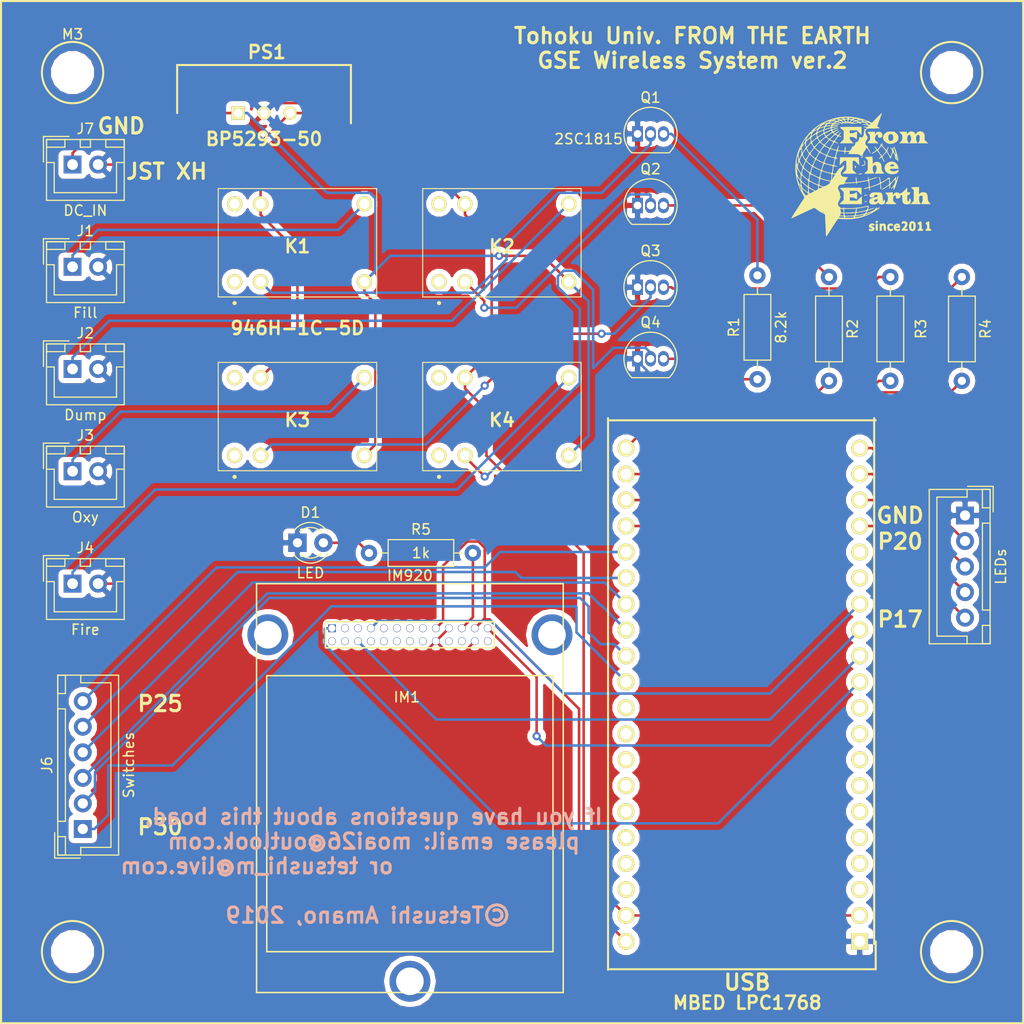
<source format=kicad_pcb>
(kicad_pcb (version 20171130) (host pcbnew "(5.0.2)-1")
  (title_block (title "GSE Wireless System Ver.2") (date 2019-01-14) (rev 1.1) (company "FROM THE EARTH") (comment 1 "Made by Tetsushi Amano"))
  (layers (0 F.Cu signal hide) (31 B.Cu signal hide) (34 B.Paste user) (35 F.Paste user) (36 B.SilkS user) (37 F.SilkS user) (38 B.Mask user) (39 F.Mask user) (44 Edge.Cuts user))
  (net 0 "")
  (net 1 GND)
  (net 2 "Net-(Q1-Pad3)")
  (net 3 "Net-(K1-Pad2)")
  (net 4 "Net-(Q2-Pad3)")
  (net 5 "Net-(K2-Pad2)")
  (net 6 "Net-(K3-Pad2)")
  (net 7 "Net-(Q3-Pad3)")
  (net 8 "Net-(K4-Pad2)")
  (net 9 "Net-(Q4-Pad3)")
  (net 10 +5V)
  (net 11 "Net-(IC1-Pad3)")
  (net 12 "Net-(IC1-Pad4)")
  (net 13 "Net-(IC1-Pad5)")
  (net 14 "Net-(IC1-Pad6)")
  (net 15 "Net-(IC1-Pad7)")
  (net 16 "Net-(IC1-Pad8)")
  (net 17 "Net-(IC1-Pad9)")
  (net 18 "Net-(IC1-Pad10)")
  (net 19 "Net-(IC1-Pad11)")
  (net 20 "Net-(IC1-Pad12)")
  (net 21 "Net-(IC1-Pad13)")
  (net 22 "Net-(IC1-Pad14)")
  (net 23 "Net-(IC1-Pad15)")
  (net 24 "Net-(IC1-Pad16)")
  (net 25 "Net-(IC1-Pad17)")
  (net 26 "Net-(IC1-Pad18)")
  (net 27 "Net-(IC1-Pad19)")
  (net 28 "Net-(IC1-Pad20)")
  (net 29 "Net-(IC1-Pad21)")
  (net 30 "Net-(IC1-Pad22)")
  (net 31 "Net-(IC1-Pad23)")
  (net 32 "Net-(IC1-Pad24)")
  (net 33 "Net-(IC1-Pad25)")
  (net 34 "Net-(IC1-Pad26)")
  (net 35 "Net-(IC1-Pad27)")
  (net 36 "Net-(IC1-Pad28)")
  (net 37 "Net-(IC1-Pad29)")
  (net 38 "Net-(IC1-Pad30)")
  (net 39 "Net-(IC1-Pad31)")
  (net 40 "Net-(IC1-Pad32)")
  (net 41 "Net-(IC1-Pad33)")
  (net 42 "Net-(IC1-Pad34)")
  (net 43 "Net-(IC1-Pad35)")
  (net 44 "Net-(IC1-Pad36)")
  (net 45 "Net-(IC1-Pad37)")
  (net 46 "Net-(IC1-Pad38)")
  (net 47 +3V3)
  (net 48 "Net-(K1-Pad6)")
  (net 49 "Net-(J1-Pad1)")
  (net 50 "Net-(K1-Pad1)")
  (net 51 "Net-(K2-Pad1)")
  (net 52 "Net-(J2-Pad1)")
  (net 53 "Net-(K2-Pad6)")
  (net 54 "Net-(K3-Pad6)")
  (net 55 "Net-(J3-Pad1)")
  (net 56 "Net-(K3-Pad1)")
  (net 57 "Net-(K4-Pad1)")
  (net 58 "Net-(J4-Pad1)")
  (net 59 "Net-(K4-Pad6)")
  (net 60 +12V)
  (net 61 "Net-(D1-Pad2)")
  (net 62 "Net-(IM1-Pad21)")
  (module fte-denshi:LOGO (layer F.Cu) (at 184 67)
    (fp_text reference G*** hide)
    (fp_text value LOGO hide)
  )
  (module fte-denshi:IM920 (layer F.Cu) (at 140 112)
    (fp_text reference IM1 (at -0.3 6.11) (layer F.SilkS))
    (fp_text value IM920 (at 0 -5.8) (layer F.SilkS))
    (pad 4 thru_hole circle (at -6.35 0.635) (size 0.762 0.762) (drill 0.6858) (layers *.Cu *.Mask))
    (pad 6 thru_hole circle (at -5.08 0.635) (size 0.762 0.762) (drill 0.6858) (layers *.Cu *.Mask) (net 21 "Net-(IC1-Pad13)"))
    (pad 8 thru_hole circle (at -3.81 0.635) (size 0.762 0.762) (drill 0.6858) (layers *.Cu *.Mask))
    (pad 10 thru_hole circle (at -2.54 0.635) (size 0.762 0.762) (drill 0.6858) (layers *.Cu *.Mask))
    (pad 12 thru_hole circle (at -1.27 0.635) (size 0.762 0.762) (drill 0.6858) (layers *.Cu *.Mask))
    (pad 14 thru_hole circle (at 0 0.635) (size 0.762 0.762) (drill 0.6858) (layers *.Cu *.Mask))
    (pad 16 thru_hole circle (at 1.27 0.635) (size 0.762 0.762) (drill 0.6858) (layers *.Cu *.Mask))
    (pad 18 thru_hole circle (at 2.54 0.635) (size 0.762 0.762) (drill 0.6858) (layers *.Cu *.Mask) (net 1 GND))
    (pad 20 thru_hole circle (at 3.81 0.635) (size 0.762 0.762) (drill 0.6858) (layers *.Cu *.Mask))
    (pad 22 thru_hole circle (at 5.08 0.635) (size 0.762 0.762) (drill 0.6858) (layers *.Cu *.Mask))
    (pad 24 thru_hole circle (at 6.35 0.635) (size 0.762 0.762) (drill 0.6858) (layers *.Cu *.Mask) (net 1 GND))
    (pad 26 thru_hole circle (at 7.62 0.635) (size 0.762 0.762) (drill 0.6858) (layers *.Cu *.Mask))
    (pad 25 thru_hole circle (at 7.62 -0.635) (size 0.762 0.762) (drill 0.6858) (layers *.Cu *.Mask) (net 20 "Net-(IC1-Pad12)"))
    (pad 23 thru_hole circle (at 6.35 -0.635) (size 0.762 0.762) (drill 0.6858) (layers *.Cu *.Mask) (net 47 +3V3))
    (pad 21 thru_hole circle (at 5.08 -0.635) (size 0.762 0.762) (drill 0.6858) (layers *.Cu *.Mask) (net 62 "Net-(IM1-Pad21)"))
    (pad 19 thru_hole circle (at 3.81 -0.635) (size 0.762 0.762) (drill 0.6858) (layers *.Cu *.Mask) (net 1 GND))
    (pad 17 thru_hole circle (at 2.54 -0.635) (size 0.762 0.762) (drill 0.6858) (layers *.Cu *.Mask) (net 47 +3V3))
    (pad 15 thru_hole circle (at 1.27 -0.635) (size 0.762 0.762) (drill 0.6858) (layers *.Cu *.Mask))
    (pad 13 thru_hole circle (at 0 -0.635) (size 0.762 0.762) (drill 0.6858) (layers *.Cu *.Mask))
    (pad 11 thru_hole circle (at -1.27 -0.635) (size 0.762 0.762) (drill 0.6858) (layers *.Cu *.Mask))
    (pad 9 thru_hole circle (at -2.54 -0.635) (size 0.762 0.762) (drill 0.6858) (layers *.Cu *.Mask))
    (pad 7 thru_hole circle (at -3.81 -0.635) (size 0.762 0.762) (drill 0.6858) (layers *.Cu *.Mask) (net 22 "Net-(IC1-Pad14)"))
    (pad 5 thru_hole circle (at -5.08 -0.635) (size 0.762 0.762) (drill 0.6858) (layers *.Cu *.Mask))
    (pad 3 thru_hole circle (at -6.35 -0.635) (size 0.762 0.762) (drill 0.6858) (layers *.Cu *.Mask))
    (pad 2 thru_hole circle (at -7.62 0.635) (size 0.762 0.762) (drill 0.6858) (layers *.Cu *.Mask))
    (pad 1 thru_hole rect (at -7.62 -0.635) (size 0.762 0.762) (drill 0.6858) (layers *.Cu *.Mask) (net 19 "Net-(IC1-Pad11)"))
    (pad "" np_thru_hole oval (at -13.9 0) (size 4 4) (drill 2.7) (layers *.Cu *.Mask))
    (pad "" np_thru_hole oval (at 13.9 0) (size 4 4) (drill 2.7) (layers *.Cu *.Mask))
    (pad "" np_thru_hole oval (at 0 33.9) (size 4 4) (drill 2.7) (layers *.Cu *.Mask))
  )
  (module Mounting_Holes:MountingHole_3.2mm_M3_ISO14580 (layer F.Cu) (at 107 57)
    (fp_text reference M3 (at 0 -3.75) (layer F.SilkS))
    (fp_text value MountingHole_3.2mm_M3_ISO14580)
    (pad 1 np_thru_hole circle (at 0 0) (size 3.2 3.2) (drill 3.2) (layers *.Cu *.Mask))
  )
  (module Mounting_Holes:MountingHole_3.2mm_M3_ISO14580 (layer F.Cu) (at 107 143)
    (fp_text reference REF** hide)
    (fp_text value MountingHole_3.2mm_M3_ISO14580)
    (pad 1 np_thru_hole circle (at 0 0) (size 3.2 3.2) (drill 3.2) (layers *.Cu *.Mask))
  )
  (module Mounting_Holes:MountingHole_3.2mm_M3_ISO14580 (layer F.Cu) (at 193 143)
    (fp_text reference REF** hide)
    (fp_text value MountingHole_3.2mm_M3_ISO14580)
    (pad 1 np_thru_hole circle (at 0 0) (size 3.2 3.2) (drill 3.2) (layers *.Cu *.Mask))
  )
  (module DIPS2286W63P254L5370H300Q40N (layer F.Cu) (at 184 142 180)
    (fp_text reference "MBED LPC1768" (at 11 -6 180) (layer F.SilkS) (effects (font (size 1.27 1.27) (thickness 0.254))))
    (fp_text value MBED-LPC1768 hide)
    (pad 1 thru_hole rect (at 0 0 270) (size 1.65 1.65) (drill 1.1) (layers *.Cu *.Mask F.SilkS) (net 1 GND))
    (pad 2 thru_hole circle (at 0 2.54 270) (size 1.65 1.65) (drill 1.1) (layers *.Cu *.Mask F.SilkS) (net 10 +5V))
    (pad 3 thru_hole circle (at 0 5.08 270) (size 1.65 1.65) (drill 1.1) (layers *.Cu *.Mask F.SilkS) (net 11 "Net-(IC1-Pad3)"))
    (pad 4 thru_hole circle (at 0 7.62 270) (size 1.65 1.65) (drill 1.1) (layers *.Cu *.Mask F.SilkS) (net 12 "Net-(IC1-Pad4)"))
    (pad 5 thru_hole circle (at 0 10.16 270) (size 1.65 1.65) (drill 1.1) (layers *.Cu *.Mask F.SilkS) (net 13 "Net-(IC1-Pad5)"))
    (pad 6 thru_hole circle (at 0 12.7 270) (size 1.65 1.65) (drill 1.1) (layers *.Cu *.Mask F.SilkS) (net 14 "Net-(IC1-Pad6)"))
    (pad 7 thru_hole circle (at 0 15.24 270) (size 1.65 1.65) (drill 1.1) (layers *.Cu *.Mask F.SilkS) (net 15 "Net-(IC1-Pad7)"))
    (pad 8 thru_hole circle (at 0 17.78 270) (size 1.65 1.65) (drill 1.1) (layers *.Cu *.Mask F.SilkS) (net 16 "Net-(IC1-Pad8)"))
    (pad 9 thru_hole circle (at 0 20.32 270) (size 1.65 1.65) (drill 1.1) (layers *.Cu *.Mask F.SilkS) (net 17 "Net-(IC1-Pad9)"))
    (pad 10 thru_hole circle (at 0 22.86 270) (size 1.65 1.65) (drill 1.1) (layers *.Cu *.Mask F.SilkS) (net 18 "Net-(IC1-Pad10)"))
    (pad 11 thru_hole circle (at 0 25.4 270) (size 1.65 1.65) (drill 1.1) (layers *.Cu *.Mask F.SilkS) (net 19 "Net-(IC1-Pad11)"))
    (pad 12 thru_hole circle (at 0 27.94 270) (size 1.65 1.65) (drill 1.1) (layers *.Cu *.Mask F.SilkS) (net 20 "Net-(IC1-Pad12)"))
    (pad 13 thru_hole circle (at 0 30.48 270) (size 1.65 1.65) (drill 1.1) (layers *.Cu *.Mask F.SilkS) (net 21 "Net-(IC1-Pad13)"))
    (pad 14 thru_hole circle (at 0 33.02 270) (size 1.65 1.65) (drill 1.1) (layers *.Cu *.Mask F.SilkS) (net 22 "Net-(IC1-Pad14)"))
    (pad 15 thru_hole circle (at 0 35.56 270) (size 1.65 1.65) (drill 1.1) (layers *.Cu *.Mask F.SilkS) (net 23 "Net-(IC1-Pad15)"))
    (pad 16 thru_hole circle (at 0 38.1 270) (size 1.65 1.65) (drill 1.1) (layers *.Cu *.Mask F.SilkS) (net 24 "Net-(IC1-Pad16)"))
    (pad 17 thru_hole circle (at 0 40.64 270) (size 1.65 1.65) (drill 1.1) (layers *.Cu *.Mask F.SilkS) (net 25 "Net-(IC1-Pad17)"))
    (pad 18 thru_hole circle (at 0 43.18 270) (size 1.65 1.65) (drill 1.1) (layers *.Cu *.Mask F.SilkS) (net 26 "Net-(IC1-Pad18)"))
    (pad 19 thru_hole circle (at 0 45.72 270) (size 1.65 1.65) (drill 1.1) (layers *.Cu *.Mask F.SilkS) (net 27 "Net-(IC1-Pad19)"))
    (pad 20 thru_hole circle (at 0 48.26 270) (size 1.65 1.65) (drill 1.1) (layers *.Cu *.Mask F.SilkS) (net 28 "Net-(IC1-Pad20)"))
    (pad 21 thru_hole circle (at 22.86 48.26 270) (size 1.65 1.65) (drill 1.1) (layers *.Cu *.Mask F.SilkS) (net 29 "Net-(IC1-Pad21)"))
    (pad 22 thru_hole circle (at 22.86 45.72 270) (size 1.65 1.65) (drill 1.1) (layers *.Cu *.Mask F.SilkS) (net 30 "Net-(IC1-Pad22)"))
    (pad 23 thru_hole circle (at 22.86 43.18 270) (size 1.65 1.65) (drill 1.1) (layers *.Cu *.Mask F.SilkS) (net 31 "Net-(IC1-Pad23)"))
    (pad 24 thru_hole circle (at 22.86 40.64 270) (size 1.65 1.65) (drill 1.1) (layers *.Cu *.Mask F.SilkS) (net 32 "Net-(IC1-Pad24)"))
    (pad 25 thru_hole circle (at 22.86 38.1 270) (size 1.65 1.65) (drill 1.1) (layers *.Cu *.Mask F.SilkS) (net 33 "Net-(IC1-Pad25)"))
    (pad 26 thru_hole circle (at 22.86 35.56 270) (size 1.65 1.65) (drill 1.1) (layers *.Cu *.Mask F.SilkS) (net 34 "Net-(IC1-Pad26)"))
    (pad 27 thru_hole circle (at 22.86 33.02 270) (size 1.65 1.65) (drill 1.1) (layers *.Cu *.Mask F.SilkS) (net 35 "Net-(IC1-Pad27)"))
    (pad 28 thru_hole circle (at 22.86 30.48 270) (size 1.65 1.65) (drill 1.1) (layers *.Cu *.Mask F.SilkS) (net 36 "Net-(IC1-Pad28)"))
    (pad 29 thru_hole circle (at 22.86 27.94 270) (size 1.65 1.65) (drill 1.1) (layers *.Cu *.Mask F.SilkS) (net 37 "Net-(IC1-Pad29)"))
    (pad 30 thru_hole circle (at 22.86 25.4 270) (size 1.65 1.65) (drill 1.1) (layers *.Cu *.Mask F.SilkS) (net 38 "Net-(IC1-Pad30)"))
    (pad 31 thru_hole circle (at 22.86 22.86 270) (size 1.65 1.65) (drill 1.1) (layers *.Cu *.Mask F.SilkS) (net 39 "Net-(IC1-Pad31)"))
    (pad 32 thru_hole circle (at 22.86 20.32 270) (size 1.65 1.65) (drill 1.1) (layers *.Cu *.Mask F.SilkS) (net 40 "Net-(IC1-Pad32)"))
    (pad 33 thru_hole circle (at 22.86 17.78 270) (size 1.65 1.65) (drill 1.1) (layers *.Cu *.Mask F.SilkS) (net 41 "Net-(IC1-Pad33)"))
    (pad 34 thru_hole circle (at 22.86 15.24 270) (size 1.65 1.65) (drill 1.1) (layers *.Cu *.Mask F.SilkS) (net 42 "Net-(IC1-Pad34)"))
    (pad 35 thru_hole circle (at 22.86 12.7 270) (size 1.65 1.65) (drill 1.1) (layers *.Cu *.Mask F.SilkS) (net 43 "Net-(IC1-Pad35)"))
    (pad 36 thru_hole circle (at 22.86 10.16 270) (size 1.65 1.65) (drill 1.1) (layers *.Cu *.Mask F.SilkS) (net 44 "Net-(IC1-Pad36)"))
    (pad 37 thru_hole circle (at 22.86 7.62 270) (size 1.65 1.65) (drill 1.1) (layers *.Cu *.Mask F.SilkS) (net 45 "Net-(IC1-Pad37)"))
    (pad 38 thru_hole circle (at 22.86 5.08 270) (size 1.65 1.65) (drill 1.1) (layers *.Cu *.Mask F.SilkS) (net 46 "Net-(IC1-Pad38)"))
    (pad 39 thru_hole circle (at 22.86 2.54 270) (size 1.65 1.65) (drill 1.1) (layers *.Cu *.Mask F.SilkS) (net 10 +5V))
    (pad 40 thru_hole circle (at 22.86 0 270) (size 1.65 1.65) (drill 1.1) (layers *.Cu *.Mask F.SilkS) (net 47 +3V3))
  )
  (module 946H1C5D (layer F.Cu) (at 129 74)
    (fp_text reference K1 (at 0 0) (layer F.SilkS) (effects (font (size 1.27 1.27) (thickness 0.254))))
    (fp_text value 946H-1C-5D (at 0 8) (layer F.SilkS) (effects (font (size 1.27 1.27) (thickness 0.254))))
    (pad 6 thru_hole circle (at -6.15 -4.16 90) (size 1.5 1.5) (drill 1) (layers *.Cu *.Mask F.SilkS) (net 48 "Net-(K1-Pad6)"))
    (pad 5 thru_hole circle (at -3.61 -4.16 90) (size 1.5 1.5) (drill 1) (layers *.Cu *.Mask F.SilkS) (net 10 +5V))
    (pad 4 thru_hole circle (at 6.55 -4.16 90) (size 1.5 1.5) (drill 1) (layers *.Cu *.Mask F.SilkS) (net 49 "Net-(J1-Pad1)"))
    (pad 3 thru_hole circle (at 6.55 3.46 90) (size 1.5 1.5) (drill 1) (layers *.Cu *.Mask F.SilkS) (net 60 +12V))
    (pad 2 thru_hole circle (at -3.61 3.46 90) (size 1.5 1.5) (drill 1) (layers *.Cu *.Mask F.SilkS) (net 3 "Net-(K1-Pad2)"))
    (pad 1 thru_hole circle (at -6.15 3.46 90) (size 1.5 1.5) (drill 1) (layers *.Cu *.Mask F.SilkS) (net 50 "Net-(K1-Pad1)"))
  )
  (module 946H1C5D (layer F.Cu) (at 149 74)
    (fp_text reference K2 (at 0 0) (layer F.SilkS) (effects (font (size 1.27 1.27) (thickness 0.254))))
    (fp_text value 946H-1C-5D hide)
    (pad 1 thru_hole circle (at -6.15 3.46 90) (size 1.5 1.5) (drill 1) (layers *.Cu *.Mask F.SilkS) (net 51 "Net-(K2-Pad1)"))
    (pad 2 thru_hole circle (at -3.61 3.46 90) (size 1.5 1.5) (drill 1) (layers *.Cu *.Mask F.SilkS) (net 5 "Net-(K2-Pad2)"))
    (pad 3 thru_hole circle (at 6.55 3.46 90) (size 1.5 1.5) (drill 1) (layers *.Cu *.Mask F.SilkS) (net 60 +12V))
    (pad 4 thru_hole circle (at 6.55 -4.16 90) (size 1.5 1.5) (drill 1) (layers *.Cu *.Mask F.SilkS) (net 52 "Net-(J2-Pad1)"))
    (pad 5 thru_hole circle (at -3.61 -4.16 90) (size 1.5 1.5) (drill 1) (layers *.Cu *.Mask F.SilkS) (net 10 +5V))
    (pad 6 thru_hole circle (at -6.15 -4.16 90) (size 1.5 1.5) (drill 1) (layers *.Cu *.Mask F.SilkS) (net 53 "Net-(K2-Pad6)"))
  )
  (module 946H1C5D (layer F.Cu) (at 129 91)
    (fp_text reference K3 (at 0 0) (layer F.SilkS) (effects (font (size 1.27 1.27) (thickness 0.254))))
    (fp_text value 946H-1C-5D hide)
    (pad 6 thru_hole circle (at -6.15 -4.16 90) (size 1.5 1.5) (drill 1) (layers *.Cu *.Mask F.SilkS) (net 54 "Net-(K3-Pad6)"))
    (pad 5 thru_hole circle (at -3.61 -4.16 90) (size 1.5 1.5) (drill 1) (layers *.Cu *.Mask F.SilkS) (net 10 +5V))
    (pad 4 thru_hole circle (at 6.55 -4.16 90) (size 1.5 1.5) (drill 1) (layers *.Cu *.Mask F.SilkS) (net 55 "Net-(J3-Pad1)"))
    (pad 3 thru_hole circle (at 6.55 3.46 90) (size 1.5 1.5) (drill 1) (layers *.Cu *.Mask F.SilkS) (net 60 +12V))
    (pad 2 thru_hole circle (at -3.61 3.46 90) (size 1.5 1.5) (drill 1) (layers *.Cu *.Mask F.SilkS) (net 6 "Net-(K3-Pad2)"))
    (pad 1 thru_hole circle (at -6.15 3.46 90) (size 1.5 1.5) (drill 1) (layers *.Cu *.Mask F.SilkS) (net 56 "Net-(K3-Pad1)"))
  )
  (module 946H1C5D (layer F.Cu) (at 149 91)
    (fp_text reference K4 (at 0 0) (layer F.SilkS) (effects (font (size 1.27 1.27) (thickness 0.254))))
    (fp_text value 946H-1C-5D hide)
    (pad 1 thru_hole circle (at -6.15 3.46 90) (size 1.5 1.5) (drill 1) (layers *.Cu *.Mask F.SilkS) (net 57 "Net-(K4-Pad1)"))
    (pad 2 thru_hole circle (at -3.61 3.46 90) (size 1.5 1.5) (drill 1) (layers *.Cu *.Mask F.SilkS) (net 8 "Net-(K4-Pad2)"))
    (pad 3 thru_hole circle (at 6.55 3.46 90) (size 1.5 1.5) (drill 1) (layers *.Cu *.Mask F.SilkS) (net 60 +12V))
    (pad 4 thru_hole circle (at 6.55 -4.16 90) (size 1.5 1.5) (drill 1) (layers *.Cu *.Mask F.SilkS) (net 58 "Net-(J4-Pad1)"))
    (pad 5 thru_hole circle (at -3.61 -4.16 90) (size 1.5 1.5) (drill 1) (layers *.Cu *.Mask F.SilkS) (net 10 +5V))
    (pad 6 thru_hole circle (at -6.15 -4.16 90) (size 1.5 1.5) (drill 1) (layers *.Cu *.Mask F.SilkS) (net 59 "Net-(K4-Pad6)"))
  )
  (module TO254P570X1690X1800-3P (layer F.Cu) (at 123.19 60.96)
    (fp_text reference PS1 (at 2.81 -5.96) (layer F.SilkS) (effects (font (size 1.27 1.27) (thickness 0.254))))
    (fp_text value BP5293-50 (at 2.54 2.54) (layer F.SilkS) (effects (font (size 1.27 1.27) (thickness 0.254))))
    (pad 1 thru_hole rect (at 0 0 90) (size 1.305 1.305) (drill 0.87) (layers *.Cu *.Mask F.SilkS) (net 60 +12V))
    (pad 2 thru_hole circle (at 2.54 0 90) (size 1.305 1.305) (drill 0.87) (layers *.Cu *.Mask F.SilkS) (net 1 GND))
    (pad 3 thru_hole circle (at 5.08 0 90) (size 1.305 1.305) (drill 0.87) (layers *.Cu *.Mask F.SilkS) (net 10 +5V))
  )
  (module Package_TO_SOT_THT:TO-92_Inline (layer F.Cu) (at 162.27 63)
    (fp_text reference Q1 (at 1.27 -3.56) (layer F.SilkS))
    (fp_text value 2SC1815 (at -4.79 0.5) (layer F.SilkS))
    (pad 1 thru_hole rect (at 0 0) (size 1.05 1.5) (drill 0.75) (layers *.Cu *.Mask) (net 1 GND))
    (pad 3 thru_hole oval (at 2.54 0) (size 1.05 1.5) (drill 0.75) (layers *.Cu *.Mask) (net 2 "Net-(Q1-Pad3)"))
    (pad 2 thru_hole oval (at 1.27 0) (size 1.05 1.5) (drill 0.75) (layers *.Cu *.Mask) (net 3 "Net-(K1-Pad2)"))
  )
  (module Package_TO_SOT_THT:TO-92_Inline (layer F.Cu) (at 162.27 70)
    (fp_text reference Q2 (at 1.27 -3.56) (layer F.SilkS))
    (fp_text value 2SC1815)
    (pad 1 thru_hole rect (at 0 0) (size 1.05 1.5) (drill 0.75) (layers *.Cu *.Mask) (net 1 GND))
    (pad 3 thru_hole oval (at 2.54 0) (size 1.05 1.5) (drill 0.75) (layers *.Cu *.Mask) (net 4 "Net-(Q2-Pad3)"))
    (pad 2 thru_hole oval (at 1.27 0) (size 1.05 1.5) (drill 0.75) (layers *.Cu *.Mask) (net 5 "Net-(K2-Pad2)"))
  )
  (module Package_TO_SOT_THT:TO-92_Inline (layer F.Cu) (at 162.27 78)
    (fp_text reference Q3 (at 1.27 -3.56) (layer F.SilkS))
    (fp_text value 2SC1815)
    (pad 2 thru_hole oval (at 1.27 0) (size 1.05 1.5) (drill 0.75) (layers *.Cu *.Mask) (net 6 "Net-(K3-Pad2)"))
    (pad 3 thru_hole oval (at 2.54 0) (size 1.05 1.5) (drill 0.75) (layers *.Cu *.Mask) (net 7 "Net-(Q3-Pad3)"))
    (pad 1 thru_hole rect (at 0 0) (size 1.05 1.5) (drill 0.75) (layers *.Cu *.Mask) (net 1 GND))
  )
  (module Package_TO_SOT_THT:TO-92_Inline (layer F.Cu) (at 162.27 85)
    (fp_text reference Q4 (at 1.27 -3.56) (layer F.SilkS))
    (fp_text value 2SC1815)
    (pad 2 thru_hole oval (at 1.27 0) (size 1.05 1.5) (drill 0.75) (layers *.Cu *.Mask) (net 8 "Net-(K4-Pad2)"))
    (pad 3 thru_hole oval (at 2.54 0) (size 1.05 1.5) (drill 0.75) (layers *.Cu *.Mask) (net 9 "Net-(Q4-Pad3)"))
    (pad 1 thru_hole rect (at 0 0) (size 1.05 1.5) (drill 0.75) (layers *.Cu *.Mask) (net 1 GND))
  )
  (module LEDs:LED_D3.0mm (layer F.Cu) (at 129 103)
    (fp_text reference D1 (at 1.27 -2.96) (layer F.SilkS))
    (fp_text value LED (at 1.27 2.96) (layer F.SilkS))
    (pad 2 thru_hole circle (at 2.54 0) (size 1.8 1.8) (drill 0.9) (layers *.Cu *.Mask) (net 61 "Net-(D1-Pad2)"))
    (pad 1 thru_hole rect (at 0 0) (size 1.8 1.8) (drill 0.9) (layers *.Cu *.Mask) (net 1 GND))
  )
  (module Connectors_JST:JST_XH_B02B-XH-A_02x2.50mm_Straight (layer F.Cu) (at 107 76)
    (fp_text reference J1 (at 1.25 -3.5) (layer F.SilkS))
    (fp_text value Fill (at 1.25 4.5) (layer F.SilkS))
    (pad 1 thru_hole rect (at 0 0) (size 1.75 1.75) (drill 1.05) (layers *.Cu *.Mask) (net 49 "Net-(J1-Pad1)"))
    (pad 2 thru_hole circle (at 2.5 0) (size 1.75 1.75) (drill 1.05) (layers *.Cu *.Mask) (net 1 GND))
  )
  (module Connectors_JST:JST_XH_B02B-XH-A_02x2.50mm_Straight (layer F.Cu) (at 107 86)
    (fp_text reference J2 (at 1.25 -3.5) (layer F.SilkS))
    (fp_text value Dump (at 1.25 4.5) (layer F.SilkS))
    (pad 2 thru_hole circle (at 2.5 0) (size 1.75 1.75) (drill 1.05) (layers *.Cu *.Mask) (net 1 GND))
    (pad 1 thru_hole rect (at 0 0) (size 1.75 1.75) (drill 1.05) (layers *.Cu *.Mask) (net 52 "Net-(J2-Pad1)"))
  )
  (module Connectors_JST:JST_XH_B02B-XH-A_02x2.50mm_Straight (layer F.Cu) (at 107 96)
    (fp_text reference J3 (at 1.25 -3.5) (layer F.SilkS))
    (fp_text value Oxy (at 1.25 4.5) (layer F.SilkS))
    (pad 1 thru_hole rect (at 0 0) (size 1.75 1.75) (drill 1.05) (layers *.Cu *.Mask) (net 55 "Net-(J3-Pad1)"))
    (pad 2 thru_hole circle (at 2.5 0) (size 1.75 1.75) (drill 1.05) (layers *.Cu *.Mask) (net 1 GND))
  )
  (module Connectors_JST:JST_XH_B02B-XH-A_02x2.50mm_Straight (layer F.Cu) (at 107 107)
    (fp_text reference J4 (at 1.25 -3.5) (layer F.SilkS))
    (fp_text value Fire (at 1.25 4.5) (layer F.SilkS))
    (pad 2 thru_hole circle (at 2.5 0) (size 1.75 1.75) (drill 1.05) (layers *.Cu *.Mask) (net 1 GND))
    (pad 1 thru_hole rect (at 0 0) (size 1.75 1.75) (drill 1.05) (layers *.Cu *.Mask) (net 58 "Net-(J4-Pad1)"))
  )
  (module Connectors_JST:JST_XH_B05B-XH-A_05x2.50mm_Straight (layer F.Cu) (at 194.31 100.33 270)
    (fp_text reference LEDs (at 5 -3.5 270) (layer F.SilkS))
    (fp_text value LEDs)
    (pad 5 thru_hole circle (at 10 0 270) (size 1.75 1.75) (drill 1) (layers *.Cu *.Mask) (net 25 "Net-(IC1-Pad17)"))
    (pad 4 thru_hole circle (at 7.5 0 270) (size 1.75 1.75) (drill 1) (layers *.Cu *.Mask) (net 26 "Net-(IC1-Pad18)"))
    (pad 3 thru_hole circle (at 5 0 270) (size 1.75 1.75) (drill 1) (layers *.Cu *.Mask) (net 27 "Net-(IC1-Pad19)"))
    (pad 2 thru_hole circle (at 2.5 0 270) (size 1.75 1.75) (drill 1) (layers *.Cu *.Mask) (net 28 "Net-(IC1-Pad20)"))
    (pad 1 thru_hole rect (at 0 0 270) (size 1.75 1.75) (drill 1) (layers *.Cu *.Mask) (net 1 GND))
  )
  (module Connectors_JST:JST_XH_B06B-XH-A_06x2.50mm_Straight (layer F.Cu) (at 108 131 90)
    (fp_text reference J6 (at 6.25 -3.5 90) (layer F.SilkS))
    (fp_text value Switches (at 6.25 4.5 90) (layer F.SilkS))
    (pad 6 thru_hole circle (at 12.5 0 90) (size 1.75 1.75) (drill 1) (layers *.Cu *.Mask) (net 33 "Net-(IC1-Pad25)"))
    (pad 5 thru_hole circle (at 10 0 90) (size 1.75 1.75) (drill 1) (layers *.Cu *.Mask) (net 34 "Net-(IC1-Pad26)"))
    (pad 4 thru_hole circle (at 7.5 0 90) (size 1.75 1.75) (drill 1) (layers *.Cu *.Mask) (net 35 "Net-(IC1-Pad27)"))
    (pad 3 thru_hole circle (at 5 0 90) (size 1.75 1.75) (drill 1) (layers *.Cu *.Mask) (net 36 "Net-(IC1-Pad28)"))
    (pad 2 thru_hole circle (at 2.5 0 90) (size 1.75 1.75) (drill 1) (layers *.Cu *.Mask) (net 37 "Net-(IC1-Pad29)"))
    (pad 1 thru_hole rect (at 0 0 90) (size 1.75 1.75) (drill 1) (layers *.Cu *.Mask) (net 38 "Net-(IC1-Pad30)"))
  )
  (module Resistors_THT:R_Axial_DIN0207_L6.3mm_D2.5mm_P10.16mm_Horizontal (layer F.Cu) (at 174 87 90)
    (fp_text reference R1 (at 5.08 -2.31 90) (layer F.SilkS))
    (fp_text value 8.2k (at 5.08 2.31 90) (layer F.SilkS))
    (pad 2 thru_hole oval (at 10.16 0 90) (size 1.6 1.6) (drill 0.8) (layers *.Cu *.Mask) (net 2 "Net-(Q1-Pad3)"))
    (pad 1 thru_hole circle (at 0 0 90) (size 1.6 1.6) (drill 0.8) (layers *.Cu *.Mask) (net 29 "Net-(IC1-Pad21)"))
  )
  (module Resistors_THT:R_Axial_DIN0207_L6.3mm_D2.5mm_P10.16mm_Horizontal (layer F.Cu) (at 181 77 270)
    (fp_text reference R2 (at 5.08 -2.31 270) (layer F.SilkS))
    (fp_text value 8.2k)
    (pad 2 thru_hole oval (at 10.16 0 270) (size 1.6 1.6) (drill 0.8) (layers *.Cu *.Mask) (net 30 "Net-(IC1-Pad22)"))
    (pad 1 thru_hole circle (at 0 0 270) (size 1.6 1.6) (drill 0.8) (layers *.Cu *.Mask) (net 4 "Net-(Q2-Pad3)"))
  )
  (module Resistors_THT:R_Axial_DIN0207_L6.3mm_D2.5mm_P10.16mm_Horizontal (layer F.Cu) (at 187 77 270)
    (fp_text reference R3 (at 5.08 -3 270) (layer F.SilkS))
    (fp_text value 8.2k)
    (pad 1 thru_hole circle (at 0 0 270) (size 1.6 1.6) (drill 0.8) (layers *.Cu *.Mask) (net 7 "Net-(Q3-Pad3)"))
    (pad 2 thru_hole oval (at 10.16 0 270) (size 1.6 1.6) (drill 0.8) (layers *.Cu *.Mask) (net 31 "Net-(IC1-Pad23)"))
  )
  (module Resistors_THT:R_Axial_DIN0207_L6.3mm_D2.5mm_P10.16mm_Horizontal (layer F.Cu) (at 194 77 270)
    (fp_text reference R4 (at 5.08 -2.31 270) (layer F.SilkS))
    (fp_text value 8.2k)
    (pad 2 thru_hole oval (at 10.16 0 270) (size 1.6 1.6) (drill 0.8) (layers *.Cu *.Mask) (net 32 "Net-(IC1-Pad24)"))
    (pad 1 thru_hole circle (at 0 0 270) (size 1.6 1.6) (drill 0.8) (layers *.Cu *.Mask) (net 9 "Net-(Q4-Pad3)"))
  )
  (module Resistors_THT:R_Axial_DIN0207_L6.3mm_D2.5mm_P10.16mm_Horizontal (layer F.Cu) (at 136 104)
    (fp_text reference R5 (at 5.08 -2.31) (layer F.SilkS))
    (fp_text value 1k (at 5.08 0) (layer F.SilkS))
    (pad 1 thru_hole circle (at 0 0) (size 1.6 1.6) (drill 0.8) (layers *.Cu *.Mask) (net 61 "Net-(D1-Pad2)"))
    (pad 2 thru_hole oval (at 10.16 0) (size 1.6 1.6) (drill 0.8) (layers *.Cu *.Mask) (net 62 "Net-(IM1-Pad21)"))
  )
  (module Connectors_JST:JST_XH_B02B-XH-A_02x2.50mm_Straight (layer F.Cu) (at 107 66)
    (fp_text reference J7 (at 1.25 -3.5) (layer F.SilkS))
    (fp_text value DC_IN (at 1.25 4.5) (layer F.SilkS))
    (pad 2 thru_hole circle (at 2.5 0) (size 1.75 1.75) (drill 1.05) (layers *.Cu *.Mask) (net 1 GND))
    (pad 1 thru_hole rect (at 0 0) (size 1.75 1.75) (drill 1.05) (layers *.Cu *.Mask) (net 60 +12V))
  )
  (module Mounting_Holes:MountingHole_3.2mm_M3_ISO14580 (layer F.Cu) (at 193 57)
    (fp_text reference REF** hide)
    (fp_text value MountingHole_3.2mm_M3_ISO14580)
    (pad 1 np_thru_hole circle (at 0 0) (size 3.2 3.2) (drill 3.2) (layers *.Cu *.Mask))
  )
  (gr_text P17 (at 187.96 110.49) (layer F.SilkS) (effects (font (size 1.5 1.5) (thickness 0.3))))
  (gr_text P20 (at 187.96 102.87) (layer F.SilkS) (effects (font (size 1.5 1.5) (thickness 0.3))))
  (gr_text GND (at 187.96 100.33) (layer F.SilkS) (effects (font (size 1.5 1.5) (thickness 0.3))))
  (gr_text GND (at 111.76 62.23) (layer F.SilkS) (effects (font (size 1.5 1.5) (thickness 0.3))))
  (gr_text P30 (at 115.57 130.81) (layer F.SilkS) (effects (font (size 1.5 1.5) (thickness 0.3))))
  (gr_text "P25\n" (at 115.57 118.745) (layer F.SilkS) (effects (font (size 1.5 1.5) (thickness 0.3))))
  (gr_text "JST XH" (at 116.205 66.675) (layer F.SilkS) (effects (font (size 1.5 1.5) (thickness 0.3))))
  (gr_text USB (at 173 146) (layer F.SilkS) (effects (font (size 1.5 1.5) (thickness 0.3))))
  (gr_circle (center 193 57) (end 193 54) (layer F.SilkS) (width 0.2))
  (gr_line (start 185.42 90.805) (end 185.42 142.24) (layer F.SilkS) (width 0.2))
  (gr_line (start 159.385 144.78) (end 159.385 90.805) (layer F.SilkS) (width 0.2))
  (gr_text "If you have questions about this boad, \nplease email: moai26@outlook.com \n                   or tetsushi_m@live.com\n\n©Tetsushi Amano, 2019" (at 135.89 134.62) (layer B.SilkS) (effects (font (size 1.5 1.5) (thickness 0.3)) (justify mirror)))
  (gr_text "Tohoku Univ. FROM THE EARTH\nGSE Wireless System ver.2" (at 167.64 54.61) (layer F.SilkS) (effects (font (size 1.5 1.5) (thickness 0.3))))
  (gr_circle (center 193 143) (end 196 143) (layer F.SilkS) (width 0.2))
  (gr_circle (center 107 57) (end 107 54) (layer F.SilkS) (width 0.2))
  (gr_circle (center 107 143) (end 107 140) (layer F.SilkS) (width 0.2))
  (gr_line (start 100 150) (end 100 50) (layer F.SilkS) (width 0.2))
  (gr_line (start 200 150) (end 100 150) (layer F.SilkS) (width 0.2))
  (gr_line (start 200 50) (end 200 150) (layer F.SilkS) (width 0.2))
  (gr_line (start 100 50) (end 200 50) (layer F.SilkS) (width 0.2))
  (segment (start 120.69 66) (end 125.73 60.96) (width 0.25) (layer F.Cu) (net 1))
  (segment (start 109.5 66) (end 120.69 66) (width 0.25) (layer F.Cu) (net 1))
  (segment (start 126.15 107) (end 129 104.15) (width 0.25) (layer F.Cu) (net 1))
  (segment (start 109.5 107) (end 126.15 107) (width 0.25) (layer F.Cu) (net 1))
  (segment (start 142.54 112.635) (end 143.81 111.365) (width 0.25) (layer F.Cu) (net 1))
  (segment (start 142.920999 113.015999) (end 142.54 112.635) (width 0.25) (layer F.Cu) (net 1))
  (segment (start 143.246001 113.341001) (end 142.920999 113.015999) (width 0.25) (layer F.Cu) (net 1))
  (segment (start 146.35 112.635) (end 145.643999 113.341001) (width 0.25) (layer F.Cu) (net 1))
  (segment (start 129 104.15) (end 129 103) (width 0.25) (layer F.Cu) (net 1))
  (segment (start 187.984999 95.129999) (end 193.185 100.33) (width 0.25) (layer B.Cu) (net 1))
  (segment (start 162.27 85.225) (end 172.174999 95.129999) (width 0.25) (layer B.Cu) (net 1))
  (segment (start 162.27 85) (end 162.27 85.225) (width 0.25) (layer B.Cu) (net 1))
  (segment (start 185.075 142) (end 184 142) (width 0.25) (layer B.Cu) (net 1))
  (segment (start 185.150001 141.924999) (end 185.075 142) (width 0.25) (layer B.Cu) (net 1))
  (segment (start 193.185 100.33) (end 185.150001 108.364999) (width 0.25) (layer B.Cu) (net 1))
  (segment (start 194.31 100.33) (end 193.185 100.33) (width 0.25) (layer B.Cu) (net 1))
  (segment (start 142.159001 113.015999) (end 142.54 112.635) (width 0.25) (layer F.Cu) (net 1))
  (segment (start 141.833999 113.341001) (end 142.159001 113.015999) (width 0.25) (layer F.Cu) (net 1))
  (segment (start 129 103) (end 129 110.299882) (width 0.25) (layer F.Cu) (net 1))
  (segment (start 162.27 63) (end 162.27 70) (width 0.25) (layer F.Cu) (net 1))
  (segment (start 162.27 71) (end 162.27 78) (width 0.25) (layer F.Cu) (net 1))
  (segment (start 162.27 70) (end 162.27 71) (width 0.25) (layer F.Cu) (net 1))
  (segment (start 162.27 78) (end 162.27 85) (width 0.25) (layer F.Cu) (net 1))
  (segment (start 126.382499 60.307501) (end 125.73 60.96) (width 0.25) (layer F.Cu) (net 1))
  (segment (start 126.707501 59.982499) (end 126.382499 60.307501) (width 0.25) (layer F.Cu) (net 1))
  (segment (start 158.477499 59.982499) (end 126.707501 59.982499) (width 0.25) (layer F.Cu) (net 1))
  (segment (start 161.495 63) (end 158.477499 59.982499) (width 0.25) (layer F.Cu) (net 1))
  (segment (start 162.27 63) (end 161.495 63) (width 0.25) (layer F.Cu) (net 1))
  (segment (start 165.585 63) (end 164.81 63) (width 0.25) (layer B.Cu) (net 2))
  (segment (start 174 71.415) (end 165.585 63) (width 0.25) (layer B.Cu) (net 2))
  (segment (start 174 76.84) (end 174 71.415) (width 0.25) (layer B.Cu) (net 2))
  (segment (start 126.139999 78.209999) (end 125.39 77.46) (width 0.25) (layer B.Cu) (net 3))
  (segment (start 126.465001 78.535001) (end 126.139999 78.209999) (width 0.25) (layer B.Cu) (net 3))
  (segment (start 146.193001 78.535001) (end 126.465001 78.535001) (width 0.25) (layer B.Cu) (net 3))
  (segment (start 149.450001 75.278001) (end 146.193001 78.535001) (width 0.25) (layer B.Cu) (net 3))
  (segment (start 149.450001 73.827999) (end 149.450001 75.278001) (width 0.25) (layer B.Cu) (net 3))
  (segment (start 154.513001 68.764999) (end 149.450001 73.827999) (width 0.25) (layer B.Cu) (net 3))
  (segment (start 158.775001 68.764999) (end 154.513001 68.764999) (width 0.25) (layer B.Cu) (net 3))
  (segment (start 163.54 64) (end 158.775001 68.764999) (width 0.25) (layer B.Cu) (net 3))
  (segment (start 163.54 63) (end 163.54 64) (width 0.25) (layer B.Cu) (net 3))
  (segment (start 174 70) (end 164.81 70) (width 0.25) (layer F.Cu) (net 4))
  (segment (start 181 77) (end 174 70) (width 0.25) (layer F.Cu) (net 4))
  (via (at 147.275 80.01) (size 0.8) (drill 0.4) (layers F.Cu B.Cu) (net 5))
  (segment (start 150.399998 80.01) (end 147.275 80.01) (width 0.25) (layer B.Cu) (net 5))
  (segment (start 161.484999 68.924999) (end 150.399998 80.01) (width 0.25) (layer B.Cu) (net 5))
  (segment (start 163.464999 68.924999) (end 161.484999 68.924999) (width 0.25) (layer B.Cu) (net 5))
  (segment (start 163.54 70) (end 163.54 69) (width 0.25) (layer B.Cu) (net 5))
  (segment (start 163.54 69) (end 163.464999 68.924999) (width 0.25) (layer B.Cu) (net 5))
  (segment (start 147.275 79.345) (end 145.39 77.46) (width 0.25) (layer F.Cu) (net 5))
  (segment (start 147.275 80.01) (end 147.275 79.345) (width 0.25) (layer F.Cu) (net 5))
  (via (at 158.75 82.55) (size 0.8) (drill 0.4) (layers F.Cu B.Cu) (net 6))
  (segment (start 159.99 82.55) (end 158.75 82.55) (width 0.25) (layer B.Cu) (net 6))
  (segment (start 163.54 78) (end 163.54 79) (width 0.25) (layer B.Cu) (net 6))
  (segment (start 163.54 79) (end 159.99 82.55) (width 0.25) (layer B.Cu) (net 6))
  (via (at 147.32 87.63) (size 0.8) (drill 0.4) (layers F.Cu B.Cu) (net 6))
  (segment (start 158.75 82.55) (end 152.4 82.55) (width 0.25) (layer F.Cu) (net 6))
  (segment (start 152.4 82.55) (end 147.32 87.63) (width 0.25) (layer F.Cu) (net 6))
  (segment (start 126.139999 93.710001) (end 125.39 94.46) (width 0.25) (layer B.Cu) (net 6))
  (segment (start 126.465001 93.384999) (end 126.139999 93.710001) (width 0.25) (layer B.Cu) (net 6))
  (segment (start 141.565001 93.384999) (end 126.465001 93.384999) (width 0.25) (layer B.Cu) (net 6))
  (segment (start 147.32 87.63) (end 141.565001 93.384999) (width 0.25) (layer B.Cu) (net 6))
  (segment (start 165.585 78) (end 164.81 78) (width 0.25) (layer F.Cu) (net 7))
  (segment (start 165.710001 78.125001) (end 165.585 78) (width 0.25) (layer F.Cu) (net 7))
  (segment (start 184.743629 78.125001) (end 165.710001 78.125001) (width 0.25) (layer F.Cu) (net 7))
  (segment (start 185.86863 77) (end 184.743629 78.125001) (width 0.25) (layer F.Cu) (net 7))
  (segment (start 187 77) (end 185.86863 77) (width 0.25) (layer F.Cu) (net 7))
  (segment (start 147.461002 96.52) (end 147.32 96.52) (width 0.25) (layer B.Cu) (net 8))
  (segment (start 156.625001 87.356001) (end 147.461002 96.52) (width 0.25) (layer B.Cu) (net 8))
  (segment (start 156.625001 80.126003) (end 156.625001 87.356001) (width 0.25) (layer B.Cu) (net 8))
  (via (at 147.32 96.52) (size 0.8) (drill 0.4) (layers F.Cu B.Cu) (net 8))
  (segment (start 154.474999 77.976001) (end 156.625001 80.126003) (width 0.25) (layer B.Cu) (net 8))
  (segment (start 154.474999 76.943999) (end 154.474999 77.976001) (width 0.25) (layer B.Cu) (net 8))
  (segment (start 155.033999 76.384999) (end 154.474999 76.943999) (width 0.25) (layer B.Cu) (net 8))
  (segment (start 156.066001 76.384999) (end 155.033999 76.384999) (width 0.25) (layer B.Cu) (net 8))
  (segment (start 163.54 84.409998) (end 163.055001 83.924999) (width 0.25) (layer B.Cu) (net 8))
  (segment (start 163.54 85) (end 163.54 84.409998) (width 0.25) (layer B.Cu) (net 8))
  (segment (start 163.055001 83.924999) (end 159.915001 83.924999) (width 0.25) (layer B.Cu) (net 8))
  (segment (start 159.915001 83.924999) (end 157.93001 85.90999) (width 0.25) (layer B.Cu) (net 8))
  (segment (start 157.93001 85.90999) (end 157.93001 78.249008) (width 0.25) (layer B.Cu) (net 8))
  (segment (start 157.93001 78.249008) (end 156.066001 76.384999) (width 0.25) (layer B.Cu) (net 8))
  (segment (start 145.39 94.59) (end 145.39 94.46) (width 0.25) (layer F.Cu) (net 8))
  (segment (start 147.32 96.52) (end 145.39 94.59) (width 0.25) (layer F.Cu) (net 8))
  (segment (start 186 85) (end 164.81 85) (width 0.25) (layer F.Cu) (net 9))
  (segment (start 194 77) (end 186 85) (width 0.25) (layer F.Cu) (net 9))
  (segment (start 125.39 63.84) (end 125.39 69.84) (width 0.25) (layer F.Cu) (net 10))
  (segment (start 128.27 60.96) (end 125.39 63.84) (width 0.25) (layer F.Cu) (net 10))
  (segment (start 136.51 60.96) (end 145.39 69.84) (width 0.25) (layer F.Cu) (net 10))
  (segment (start 128.27 60.96) (end 136.51 60.96) (width 0.25) (layer F.Cu) (net 10))
  (segment (start 125.39 70.90066) (end 129 74.51066) (width 0.25) (layer F.Cu) (net 10))
  (segment (start 125.39 69.84) (end 125.39 70.90066) (width 0.25) (layer F.Cu) (net 10))
  (segment (start 129 83.23) (end 125.39 86.84) (width 0.25) (layer F.Cu) (net 10))
  (segment (start 129 74.51066) (end 129 83.23) (width 0.25) (layer F.Cu) (net 10))
  (segment (start 145.39 70.90066) (end 148 73.51066) (width 0.25) (layer F.Cu) (net 10))
  (segment (start 145.39 69.84) (end 145.39 70.90066) (width 0.25) (layer F.Cu) (net 10))
  (segment (start 148 84.23) (end 145.39 86.84) (width 0.25) (layer F.Cu) (net 10))
  (segment (start 148 73.51066) (end 148 84.23) (width 0.25) (layer F.Cu) (net 10))
  (segment (start 145.39 87.90066) (end 147.48934 90) (width 0.25) (layer F.Cu) (net 10))
  (segment (start 145.39 86.84) (end 145.39 87.90066) (width 0.25) (layer F.Cu) (net 10))
  (segment (start 147.48934 90) (end 147.48934 94.48934) (width 0.25) (layer F.Cu) (net 10))
  (segment (start 147.48934 94.48934) (end 157 104) (width 0.25) (layer F.Cu) (net 10))
  (segment (start 157 135.32) (end 161.14 139.46) (width 0.25) (layer F.Cu) (net 10))
  (segment (start 157 104) (end 157 135.32) (width 0.25) (layer F.Cu) (net 10))
  (segment (start 161.14 139.46) (end 184 139.46) (width 0.25) (layer F.Cu) (net 10))
  (segment (start 131.749 111.365) (end 132.38 111.365) (width 0.25) (layer B.Cu) (net 19))
  (segment (start 131.673999 111.440001) (end 131.749 111.365) (width 0.25) (layer B.Cu) (net 19))
  (segment (start 131.673999 112.973881) (end 131.673999 111.440001) (width 0.25) (layer B.Cu) (net 19))
  (segment (start 149.150119 130.450001) (end 131.673999 112.973881) (width 0.25) (layer B.Cu) (net 19))
  (segment (start 170.149999 130.450001) (end 149.150119 130.450001) (width 0.25) (layer B.Cu) (net 19))
  (segment (start 184 116.6) (end 170.149999 130.450001) (width 0.25) (layer B.Cu) (net 19))
  (via (at 152.4 121.92) (size 0.8) (drill 0.4) (layers F.Cu B.Cu) (net 20))
  (segment (start 153.310001 122.830001) (end 152.4 121.92) (width 0.25) (layer B.Cu) (net 20))
  (segment (start 184 114.06) (end 175.229999 122.830001) (width 0.25) (layer B.Cu) (net 20))
  (segment (start 175.229999 122.830001) (end 153.310001 122.830001) (width 0.25) (layer B.Cu) (net 20))
  (segment (start 152.4 116.145) (end 147.62 111.365) (width 0.25) (layer F.Cu) (net 20))
  (segment (start 152.4 121.92) (end 152.4 116.145) (width 0.25) (layer F.Cu) (net 20))
  (segment (start 135.300999 113.015999) (end 134.92 112.635) (width 0.25) (layer B.Cu) (net 21))
  (segment (start 142.575001 120.290001) (end 135.300999 113.015999) (width 0.25) (layer B.Cu) (net 21))
  (segment (start 175.229999 120.290001) (end 142.575001 120.290001) (width 0.25) (layer B.Cu) (net 21))
  (segment (start 184 111.52) (end 175.229999 120.290001) (width 0.25) (layer B.Cu) (net 21))
  (segment (start 136.570999 110.984001) (end 136.19 111.365) (width 0.25) (layer B.Cu) (net 22))
  (segment (start 136.896001 110.658999) (end 136.570999 110.984001) (width 0.25) (layer B.Cu) (net 22))
  (segment (start 147.958881 110.658999) (end 136.896001 110.658999) (width 0.25) (layer B.Cu) (net 22))
  (segment (start 155.049883 117.750001) (end 147.958881 110.658999) (width 0.25) (layer B.Cu) (net 22))
  (segment (start 175.229999 117.750001) (end 155.049883 117.750001) (width 0.25) (layer B.Cu) (net 22))
  (segment (start 184 108.98) (end 175.229999 117.750001) (width 0.25) (layer B.Cu) (net 22))
  (segment (start 185.34 101.36) (end 194.31 110.33) (width 0.25) (layer F.Cu) (net 25))
  (segment (start 184 101.36) (end 185.34 101.36) (width 0.25) (layer F.Cu) (net 25))
  (segment (start 185.3 98.82) (end 194.31 107.83) (width 0.25) (layer F.Cu) (net 26))
  (segment (start 184 98.82) (end 185.3 98.82) (width 0.25) (layer F.Cu) (net 26))
  (segment (start 185.26 96.28) (end 194.31 105.33) (width 0.25) (layer F.Cu) (net 27))
  (segment (start 184 96.28) (end 185.26 96.28) (width 0.25) (layer F.Cu) (net 27))
  (segment (start 185.22 93.74) (end 194.31 102.83) (width 0.25) (layer F.Cu) (net 28))
  (segment (start 184 93.74) (end 185.22 93.74) (width 0.25) (layer F.Cu) (net 28))
  (segment (start 167.88 87) (end 161.14 93.74) (width 0.25) (layer F.Cu) (net 29))
  (segment (start 174 87) (end 167.88 87) (width 0.25) (layer F.Cu) (net 29))
  (segment (start 171.88 96.28) (end 161.14 96.28) (width 0.25) (layer F.Cu) (net 30))
  (segment (start 181 87.16) (end 171.88 96.28) (width 0.25) (layer F.Cu) (net 30))
  (segment (start 162.306726 98.82) (end 161.14 98.82) (width 0.25) (layer F.Cu) (net 31))
  (segment (start 174.20863 98.82) (end 162.306726 98.82) (width 0.25) (layer F.Cu) (net 31))
  (segment (start 185.86863 87.16) (end 174.20863 98.82) (width 0.25) (layer F.Cu) (net 31))
  (segment (start 187 87.16) (end 185.86863 87.16) (width 0.25) (layer F.Cu) (net 31))
  (segment (start 192.874999 88.285001) (end 185.380039 88.285001) (width 0.25) (layer F.Cu) (net 32))
  (segment (start 194 87.16) (end 192.874999 88.285001) (width 0.25) (layer F.Cu) (net 32))
  (segment (start 172.30504 101.36) (end 161.14 101.36) (width 0.25) (layer F.Cu) (net 32))
  (segment (start 185.380039 88.285001) (end 172.30504 101.36) (width 0.25) (layer F.Cu) (net 32))
  (segment (start 161.14 103.9) (end 148.83 103.9) (width 0.25) (layer B.Cu) (net 33))
  (segment (start 148.83 103.9) (end 147.32 105.41) (width 0.25) (layer B.Cu) (net 33))
  (segment (start 121.09 105.41) (end 108 118.5) (width 0.25) (layer B.Cu) (net 33))
  (segment (start 147.32 105.41) (end 121.09 105.41) (width 0.25) (layer B.Cu) (net 33))
  (segment (start 123.13999 105.86001) (end 108 121) (width 0.25) (layer B.Cu) (net 34))
  (segment (start 150.31001 105.86001) (end 123.13999 105.86001) (width 0.25) (layer B.Cu) (net 34))
  (segment (start 161.14 106.44) (end 150.89 106.44) (width 0.25) (layer B.Cu) (net 34))
  (segment (start 150.89 106.44) (end 150.31001 105.86001) (width 0.25) (layer B.Cu) (net 34))
  (segment (start 161.14 108.98) (end 159.05001 106.89001) (width 0.25) (layer B.Cu) (net 35))
  (segment (start 159.05001 106.89001) (end 150.703599 106.890009) (width 0.25) (layer B.Cu) (net 35))
  (segment (start 124.609991 106.890009) (end 108 123.5) (width 0.25) (layer B.Cu) (net 35))
  (segment (start 150.703599 106.890009) (end 124.609991 106.890009) (width 0.25) (layer B.Cu) (net 35))
  (segment (start 161.14 111.52) (end 158.75 109.13) (width 0.25) (layer B.Cu) (net 36))
  (segment (start 158.75 109.13) (end 158.66 109.13) (width 0.25) (layer B.Cu) (net 36))
  (segment (start 158.66 109.13) (end 157.48 107.95) (width 0.25) (layer B.Cu) (net 36))
  (segment (start 126.05 107.95) (end 107.95 126.05) (width 0.25) (layer B.Cu) (net 36))
  (segment (start 157.48 107.95) (end 126.05 107.95) (width 0.25) (layer B.Cu) (net 36))
  (segment (start 109.200001 127.299999) (end 108.874999 127.625001) (width 0.25) (layer B.Cu) (net 37))
  (segment (start 109.200001 125.436409) (end 109.200001 127.299999) (width 0.25) (layer B.Cu) (net 37))
  (segment (start 126.2364 108.40001) (end 109.200001 125.436409) (width 0.25) (layer B.Cu) (net 37))
  (segment (start 161.14 114.06) (end 159.989999 112.909999) (width 0.25) (layer B.Cu) (net 37))
  (segment (start 159.989999 112.909999) (end 158.629999 112.909999) (width 0.25) (layer B.Cu) (net 37))
  (segment (start 108.874999 127.625001) (end 108 128.5) (width 0.25) (layer B.Cu) (net 37))
  (segment (start 158.629999 112.909999) (end 157.48 111.76) (width 0.25) (layer B.Cu) (net 37))
  (segment (start 157.48 111.76) (end 157.48 109.22) (width 0.25) (layer B.Cu) (net 37))
  (segment (start 157.48 109.22) (end 156.66001 108.40001) (width 0.25) (layer B.Cu) (net 37))
  (segment (start 156.66001 108.40001) (end 126.2364 108.40001) (width 0.25) (layer B.Cu) (net 37))
  (segment (start 156.3 109.31) (end 156.3 111.76) (width 0.25) (layer B.Cu) (net 38))
  (segment (start 156.21 109.22) (end 156.3 109.31) (width 0.25) (layer B.Cu) (net 38))
  (segment (start 108 131) (end 109.125 131) (width 0.25) (layer B.Cu) (net 38))
  (segment (start 156.3 111.76) (end 161.14 116.6) (width 0.25) (layer B.Cu) (net 38))
  (segment (start 110.49 129.635) (end 110.49 124.78282) (width 0.25) (layer B.Cu) (net 38))
  (segment (start 110.49 124.78282) (end 116.758182 124.78282) (width 0.25) (layer B.Cu) (net 38))
  (segment (start 116.758182 124.78282) (end 132.321002 109.22) (width 0.25) (layer B.Cu) (net 38))
  (segment (start 109.125 131) (end 110.49 129.635) (width 0.25) (layer B.Cu) (net 38))
  (segment (start 132.321002 109.22) (end 156.21 109.22) (width 0.25) (layer B.Cu) (net 38))
  (segment (start 160.315001 141.175001) (end 161.14 142) (width 0.25) (layer F.Cu) (net 47))
  (segment (start 156.54999 137.40999) (end 160.315001 141.175001) (width 0.25) (layer F.Cu) (net 47))
  (segment (start 156.54999 119.250108) (end 156.54999 137.40999) (width 0.25) (layer F.Cu) (net 47))
  (segment (start 147.789882 110.49) (end 156.54999 119.250108) (width 0.25) (layer F.Cu) (net 47))
  (segment (start 147.225 110.49) (end 147.789882 110.49) (width 0.25) (layer F.Cu) (net 47))
  (segment (start 146.35 111.365) (end 147.225 110.49) (width 0.25) (layer F.Cu) (net 47))
  (segment (start 146.700001 102.874999) (end 147.32 103.494998) (width 0.25) (layer F.Cu) (net 47))
  (segment (start 145.619999 102.874999) (end 146.700001 102.874999) (width 0.25) (layer F.Cu) (net 47))
  (segment (start 143.246001 105.248997) (end 145.619999 102.874999) (width 0.25) (layer F.Cu) (net 47))
  (segment (start 142.54 111.365) (end 143.246001 110.658999) (width 0.25) (layer F.Cu) (net 47))
  (segment (start 143.246001 110.658999) (end 143.246001 105.248997) (width 0.25) (layer F.Cu) (net 47))
  (segment (start 147.32 110.395) (end 146.35 111.365) (width 0.25) (layer F.Cu) (net 47))
  (segment (start 147.32 103.494998) (end 147.32 110.395) (width 0.25) (layer F.Cu) (net 47))
  (segment (start 107 74.875) (end 107 76) (width 0.25) (layer B.Cu) (net 49))
  (segment (start 109.485 72.39) (end 107 74.875) (width 0.25) (layer B.Cu) (net 49))
  (segment (start 133 72.39) (end 109.485 72.39) (width 0.25) (layer B.Cu) (net 49))
  (segment (start 135.55 69.84) (end 133 72.39) (width 0.25) (layer B.Cu) (net 49))
  (segment (start 107 84.875) (end 110.595 81.28) (width 0.25) (layer B.Cu) (net 52))
  (segment (start 107 86) (end 107 84.875) (width 0.25) (layer B.Cu) (net 52))
  (segment (start 144.11 81.28) (end 155.55 69.84) (width 0.25) (layer B.Cu) (net 52))
  (segment (start 110.595 81.28) (end 144.11 81.28) (width 0.25) (layer B.Cu) (net 52))
  (segment (start 107 94.875) (end 111.705 90.17) (width 0.25) (layer B.Cu) (net 55))
  (segment (start 107 96) (end 107 94.875) (width 0.25) (layer B.Cu) (net 55))
  (segment (start 132.22 90.17) (end 135.55 86.84) (width 0.25) (layer B.Cu) (net 55))
  (segment (start 111.705 90.17) (end 132.22 90.17) (width 0.25) (layer B.Cu) (net 55))
  (segment (start 107 105.875) (end 115.085 97.79) (width 0.25) (layer B.Cu) (net 58))
  (segment (start 107 107) (end 107 105.875) (width 0.25) (layer B.Cu) (net 58))
  (segment (start 144.6 97.79) (end 155.55 86.84) (width 0.25) (layer B.Cu) (net 58))
  (segment (start 115.085 97.79) (end 144.6 97.79) (width 0.25) (layer B.Cu) (net 58))
  (segment (start 122.2875 60.96) (end 123.19 60.96) (width 0.25) (layer F.Cu) (net 60))
  (segment (start 110.915 60.96) (end 122.2875 60.96) (width 0.25) (layer F.Cu) (net 60))
  (segment (start 107 64.875) (end 110.915 60.96) (width 0.25) (layer F.Cu) (net 60))
  (segment (start 107 66) (end 107 64.875) (width 0.25) (layer F.Cu) (net 60))
  (segment (start 136.299999 76.710001) (end 135.55 77.46) (width 0.25) (layer B.Cu) (net 60))
  (segment (start 136.625001 76.384999) (end 136.299999 76.710001) (width 0.25) (layer B.Cu) (net 60))
  (segment (start 136.625001 69.323999) (end 136.625001 76.384999) (width 0.25) (layer B.Cu) (net 60))
  (segment (start 136.066001 68.764999) (end 136.625001 69.323999) (width 0.25) (layer B.Cu) (net 60))
  (segment (start 131.897499 68.764999) (end 136.066001 68.764999) (width 0.25) (layer B.Cu) (net 60))
  (segment (start 124.0925 60.96) (end 131.897499 68.764999) (width 0.25) (layer B.Cu) (net 60))
  (segment (start 123.19 60.96) (end 124.0925 60.96) (width 0.25) (layer B.Cu) (net 60))
  (via (at 148.725 74.93) (size 0.8) (drill 0.4) (layers F.Cu B.Cu) (net 60))
  (segment (start 135.55 77.46) (end 138.08 74.93) (width 0.25) (layer B.Cu) (net 60))
  (segment (start 138.08 74.93) (end 148.725 74.93) (width 0.25) (layer B.Cu) (net 60))
  (segment (start 153.02 74.93) (end 155.55 77.46) (width 0.25) (layer F.Cu) (net 60))
  (segment (start 148.725 74.93) (end 153.02 74.93) (width 0.25) (layer F.Cu) (net 60))
  (segment (start 136.299999 93.710001) (end 135.55 94.46) (width 0.25) (layer F.Cu) (net 60))
  (segment (start 136.625001 93.384999) (end 136.299999 93.710001) (width 0.25) (layer F.Cu) (net 60))
  (segment (start 136.625001 79.595661) (end 136.625001 93.384999) (width 0.25) (layer F.Cu) (net 60))
  (segment (start 135.55 78.52066) (end 136.625001 79.595661) (width 0.25) (layer F.Cu) (net 60))
  (segment (start 135.55 77.46) (end 135.55 78.52066) (width 0.25) (layer F.Cu) (net 60))
  (segment (start 156.299999 93.710001) (end 155.55 94.46) (width 0.25) (layer B.Cu) (net 60))
  (segment (start 157.48 92.53) (end 156.299999 93.710001) (width 0.25) (layer B.Cu) (net 60))
  (segment (start 157.48 79.39) (end 157.48 92.53) (width 0.25) (layer B.Cu) (net 60))
  (segment (start 155.55 77.46) (end 157.48 79.39) (width 0.25) (layer B.Cu) (net 60))
  (segment (start 135 103) (end 136 104) (width 0.25) (layer F.Cu) (net 61))
  (segment (start 131.54 103) (end 135 103) (width 0.25) (layer F.Cu) (net 61))
  (segment (start 146.16 110.285) (end 145.08 111.365) (width 0.25) (layer F.Cu) (net 62))
  (segment (start 146.16 104) (end 146.16 110.285) (width 0.25) (layer F.Cu) (net 62))
  (zone (net 1) (net_name GND) (layer B.Cu) (connect_pads (clearance 0.508)) (min_thickness 0.254) (fill yes (arc_segments 16) (thermal_gap 0.508) (thermal_bridge_width 0.508))
    (polygon (pts (xy 100 150) (xy 200 150) (xy 200 50) (xy 100 50)))
  )
  (zone (net 1) (net_name GND) (layer F.Cu) (connect_pads (clearance 0.508)) (min_thickness 0.254) (fill yes (arc_segments 16) (thermal_gap 0.508) (thermal_bridge_width 0.508))
    (polygon (pts (xy 100 150) (xy 200 150) (xy 200 50) (xy 100 50)))
  )
)
</source>
